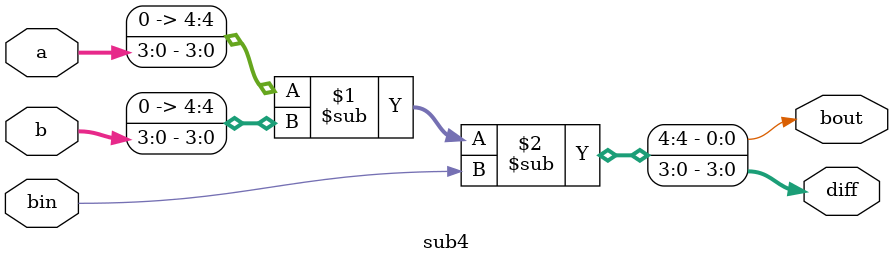
<source format=v>
module sub4 (
    input  [3:0] a,
    input  [3:0] b,
    input        bin,       // borrow in
    output [3:0] diff,
    output       bout       // borrow out
);
    // Perform subtraction: a - b - bin
    assign {bout, diff} = {1'b0, a} - {1'b0, b} - bin;
endmodule
</source>
